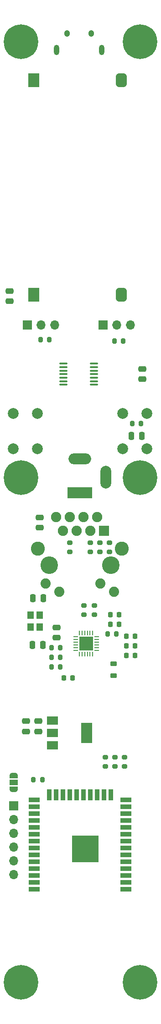
<source format=gbr>
%TF.GenerationSoftware,KiCad,Pcbnew,6.0.5-a6ca702e91~116~ubuntu20.04.1*%
%TF.CreationDate,2022-06-28T21:19:43+02:00*%
%TF.ProjectId,MCH-light,4d43482d-6c69-4676-9874-2e6b69636164,rev?*%
%TF.SameCoordinates,Original*%
%TF.FileFunction,Soldermask,Top*%
%TF.FilePolarity,Negative*%
%FSLAX46Y46*%
G04 Gerber Fmt 4.6, Leading zero omitted, Abs format (unit mm)*
G04 Created by KiCad (PCBNEW 6.0.5-a6ca702e91~116~ubuntu20.04.1) date 2022-06-28 21:19:43*
%MOMM*%
%LPD*%
G01*
G04 APERTURE LIST*
G04 Aperture macros list*
%AMRoundRect*
0 Rectangle with rounded corners*
0 $1 Rounding radius*
0 $2 $3 $4 $5 $6 $7 $8 $9 X,Y pos of 4 corners*
0 Add a 4 corners polygon primitive as box body*
4,1,4,$2,$3,$4,$5,$6,$7,$8,$9,$2,$3,0*
0 Add four circle primitives for the rounded corners*
1,1,$1+$1,$2,$3*
1,1,$1+$1,$4,$5*
1,1,$1+$1,$6,$7*
1,1,$1+$1,$8,$9*
0 Add four rect primitives between the rounded corners*
20,1,$1+$1,$2,$3,$4,$5,0*
20,1,$1+$1,$4,$5,$6,$7,0*
20,1,$1+$1,$6,$7,$8,$9,0*
20,1,$1+$1,$8,$9,$2,$3,0*%
%AMFreePoly0*
4,1,22,0.550000,-0.750000,0.000000,-0.750000,0.000000,-0.745033,-0.079941,-0.743568,-0.215256,-0.701293,-0.333266,-0.622738,-0.424486,-0.514219,-0.481581,-0.384460,-0.499164,-0.250000,-0.500000,-0.250000,-0.500000,0.250000,-0.499164,0.250000,-0.499963,0.256109,-0.478152,0.396186,-0.417904,0.524511,-0.324060,0.630769,-0.204165,0.706417,-0.067858,0.745374,0.000000,0.744959,0.000000,0.750000,
0.550000,0.750000,0.550000,-0.750000,0.550000,-0.750000,$1*%
%AMFreePoly1*
4,1,20,0.000000,0.744959,0.073905,0.744508,0.209726,0.703889,0.328688,0.626782,0.421226,0.519385,0.479903,0.390333,0.500000,0.250000,0.500000,-0.250000,0.499851,-0.262216,0.476331,-0.402017,0.414519,-0.529596,0.319384,-0.634700,0.198574,-0.708877,0.061801,-0.746166,0.000000,-0.745033,0.000000,-0.750000,-0.550000,-0.750000,-0.550000,0.750000,0.000000,0.750000,0.000000,0.744959,
0.000000,0.744959,$1*%
G04 Aperture macros list end*
%ADD10RoundRect,0.200000X0.275000X-0.200000X0.275000X0.200000X-0.275000X0.200000X-0.275000X-0.200000X0*%
%ADD11RoundRect,0.250000X0.250000X0.475000X-0.250000X0.475000X-0.250000X-0.475000X0.250000X-0.475000X0*%
%ADD12RoundRect,0.225000X-0.225000X-0.250000X0.225000X-0.250000X0.225000X0.250000X-0.225000X0.250000X0*%
%ADD13R,1.700000X1.700000*%
%ADD14O,1.700000X1.700000*%
%ADD15RoundRect,0.250000X0.475000X-0.250000X0.475000X0.250000X-0.475000X0.250000X-0.475000X-0.250000X0*%
%ADD16RoundRect,0.250000X-0.250000X-0.475000X0.250000X-0.475000X0.250000X0.475000X-0.250000X0.475000X0*%
%ADD17RoundRect,0.200000X-0.200000X-0.275000X0.200000X-0.275000X0.200000X0.275000X-0.200000X0.275000X0*%
%ADD18RoundRect,0.250000X-0.475000X0.250000X-0.475000X-0.250000X0.475000X-0.250000X0.475000X0.250000X0*%
%ADD19C,6.400000*%
%ADD20FreePoly0,270.000000*%
%ADD21R,1.500000X1.000000*%
%ADD22FreePoly1,270.000000*%
%ADD23RoundRect,0.062500X-0.062500X0.350000X-0.062500X-0.350000X0.062500X-0.350000X0.062500X0.350000X0*%
%ADD24RoundRect,0.062500X-0.350000X0.062500X-0.350000X-0.062500X0.350000X-0.062500X0.350000X0.062500X0*%
%ADD25R,2.600000X2.600000*%
%ADD26R,2.000000X1.500000*%
%ADD27R,2.000000X3.800000*%
%ADD28RoundRect,0.100000X-0.637500X-0.100000X0.637500X-0.100000X0.637500X0.100000X-0.637500X0.100000X0*%
%ADD29RoundRect,0.200000X0.200000X0.275000X-0.200000X0.275000X-0.200000X-0.275000X0.200000X-0.275000X0*%
%ADD30RoundRect,0.218750X0.381250X-0.218750X0.381250X0.218750X-0.381250X0.218750X-0.381250X-0.218750X0*%
%ADD31R,2.000000X0.900000*%
%ADD32R,0.900000X2.000000*%
%ADD33R,5.000000X5.000000*%
%ADD34R,1.200000X1.400000*%
%ADD35R,4.600000X2.000000*%
%ADD36O,4.200000X2.000000*%
%ADD37O,2.000000X4.200000*%
%ADD38RoundRect,0.500000X-0.500000X0.750000X-0.500000X-0.750000X0.500000X-0.750000X0.500000X0.750000X0*%
%ADD39R,2.000000X2.500000*%
%ADD40C,2.000000*%
%ADD41O,1.050000X1.250000*%
%ADD42O,1.000000X1.900000*%
%ADD43C,3.250000*%
%ADD44C,2.600000*%
%ADD45C,1.890000*%
%ADD46R,1.900000X1.900000*%
%ADD47C,1.900000*%
G04 APERTURE END LIST*
D10*
%TO.C,R4*%
X134620000Y-155511000D03*
X134620000Y-153861000D03*
%TD*%
D11*
%TO.C,C6*%
X123024000Y-133096000D03*
X121124000Y-133096000D03*
%TD*%
D12*
%TO.C,C10*%
X135623000Y-129286000D03*
X137173000Y-129286000D03*
%TD*%
D13*
%TO.C,J1*%
X117627000Y-162839000D03*
D14*
X117627000Y-165379000D03*
X117627000Y-167919000D03*
X117627000Y-170459000D03*
X117627000Y-172999000D03*
X117627000Y-175539000D03*
%TD*%
D12*
%TO.C,C13*%
X138567000Y-135030000D03*
X140117000Y-135030000D03*
%TD*%
D15*
%TO.C,C4*%
X116840000Y-69596000D03*
X116840000Y-67696000D03*
%TD*%
D16*
%TO.C,C7*%
X121224000Y-124460000D03*
X123124000Y-124460000D03*
%TD*%
D17*
%TO.C,R1*%
X121286000Y-157988000D03*
X122936000Y-157988000D03*
%TD*%
D18*
%TO.C,C5*%
X141478000Y-82108000D03*
X141478000Y-84008000D03*
%TD*%
D10*
%TO.C,R3*%
X136398000Y-155511000D03*
X136398000Y-153861000D03*
%TD*%
D19*
%TO.C,H1*%
X141104000Y-102197017D03*
%TD*%
D13*
%TO.C,J8*%
X134237820Y-73978017D03*
D14*
X136777820Y-73978017D03*
X139317820Y-73978017D03*
%TD*%
D10*
%TO.C,R6*%
X138176000Y-155511000D03*
X138176000Y-153861000D03*
%TD*%
D15*
%TO.C,C14*%
X122428000Y-111440000D03*
X122428000Y-109540000D03*
%TD*%
D20*
%TO.C,JP1*%
X117602000Y-157196000D03*
D21*
X117602000Y-158496000D03*
D22*
X117602000Y-159796000D03*
%TD*%
D23*
%TO.C,U3*%
X132314000Y-130904500D03*
X131814000Y-130904500D03*
X131314000Y-130904500D03*
X130814000Y-130904500D03*
X130314000Y-130904500D03*
X129814000Y-130904500D03*
D24*
X129126500Y-131592000D03*
X129126500Y-132092000D03*
X129126500Y-132592000D03*
X129126500Y-133092000D03*
X129126500Y-133592000D03*
X129126500Y-134092000D03*
D23*
X129814000Y-134779500D03*
X130314000Y-134779500D03*
X130814000Y-134779500D03*
X131314000Y-134779500D03*
X131814000Y-134779500D03*
X132314000Y-134779500D03*
D24*
X133001500Y-134092000D03*
X133001500Y-133592000D03*
X133001500Y-133092000D03*
X133001500Y-132592000D03*
X133001500Y-132092000D03*
X133001500Y-131592000D03*
D25*
X131064000Y-132842000D03*
%TD*%
D26*
%TO.C,U1*%
X124866000Y-147052000D03*
X124866000Y-149352000D03*
D27*
X131166000Y-149352000D03*
D26*
X124866000Y-151652000D03*
%TD*%
D10*
%TO.C,R15*%
X132604000Y-127471000D03*
X132604000Y-125821000D03*
%TD*%
D19*
%TO.C,H5*%
X141104000Y-195415017D03*
%TD*%
D15*
%TO.C,C1*%
X119888000Y-149072000D03*
X119888000Y-147172000D03*
%TD*%
D10*
%TO.C,R13*%
X131826000Y-115887000D03*
X131826000Y-114237000D03*
%TD*%
D16*
%TO.C,C2*%
X139512000Y-94488000D03*
X141412000Y-94488000D03*
%TD*%
D17*
%TO.C,R18*%
X122619000Y-76708000D03*
X124269000Y-76708000D03*
%TD*%
D28*
%TO.C,U4*%
X126837500Y-81150000D03*
X126837500Y-81800000D03*
X126837500Y-82450000D03*
X126837500Y-83100000D03*
X126837500Y-83750000D03*
X126837500Y-84400000D03*
X126837500Y-85050000D03*
X132562500Y-85050000D03*
X132562500Y-84400000D03*
X132562500Y-83750000D03*
X132562500Y-83100000D03*
X132562500Y-82450000D03*
X132562500Y-81800000D03*
X132562500Y-81150000D03*
%TD*%
D29*
%TO.C,R7*%
X126301000Y-133604000D03*
X124651000Y-133604000D03*
%TD*%
D12*
%TO.C,C9*%
X135623000Y-127508000D03*
X137173000Y-127508000D03*
%TD*%
%TO.C,C11*%
X138567000Y-133252000D03*
X140117000Y-133252000D03*
%TD*%
D13*
%TO.C,J9*%
X120142000Y-73978017D03*
D14*
X122682000Y-73978017D03*
X125222000Y-73978017D03*
%TD*%
D15*
%TO.C,C3*%
X122164000Y-149072000D03*
X122164000Y-147172000D03*
%TD*%
D12*
%TO.C,C8*%
X126987000Y-139192000D03*
X128537000Y-139192000D03*
%TD*%
D17*
%TO.C,R8*%
X124651000Y-137160000D03*
X126301000Y-137160000D03*
%TD*%
D30*
%TO.C,L1*%
X136144000Y-138730500D03*
X136144000Y-136605500D03*
%TD*%
D12*
%TO.C,C12*%
X138567000Y-131474000D03*
X140117000Y-131474000D03*
%TD*%
D31*
%TO.C,U2*%
X138428000Y-178265000D03*
X138428000Y-176995000D03*
X138428000Y-175725000D03*
X138428000Y-174455000D03*
X138428000Y-173185000D03*
X138428000Y-171915000D03*
X138428000Y-170645000D03*
X138428000Y-169375000D03*
X138428000Y-168105000D03*
X138428000Y-166835000D03*
X138428000Y-165565000D03*
X138428000Y-164295000D03*
X138428000Y-163025000D03*
X138428000Y-161755000D03*
D32*
X135643000Y-160755000D03*
X134373000Y-160755000D03*
X133103000Y-160755000D03*
X131833000Y-160755000D03*
X130563000Y-160755000D03*
X129293000Y-160755000D03*
X128023000Y-160755000D03*
X126753000Y-160755000D03*
X125483000Y-160755000D03*
X124213000Y-160755000D03*
D31*
X121428000Y-161755000D03*
X121428000Y-163025000D03*
X121428000Y-164295000D03*
X121428000Y-165565000D03*
X121428000Y-166835000D03*
X121428000Y-168105000D03*
X121428000Y-169375000D03*
X121428000Y-170645000D03*
X121428000Y-171915000D03*
X121428000Y-173185000D03*
X121428000Y-174455000D03*
X121428000Y-175725000D03*
X121428000Y-176995000D03*
X121428000Y-178265000D03*
D33*
X130928000Y-170765000D03*
%TD*%
D10*
%TO.C,R11*%
X135382000Y-115887000D03*
X135382000Y-114237000D03*
%TD*%
%TO.C,R16*%
X130638000Y-127471000D03*
X130638000Y-125821000D03*
%TD*%
D34*
%TO.C,Y1*%
X122424000Y-129778000D03*
X122424000Y-127578000D03*
X120724000Y-127578000D03*
X120724000Y-129778000D03*
%TD*%
D19*
%TO.C,H6*%
X119006000Y-195415017D03*
%TD*%
D10*
%TO.C,R14*%
X128016000Y-115887000D03*
X128016000Y-114237000D03*
%TD*%
D19*
%TO.C,H4*%
X141104000Y-21679017D03*
%TD*%
D17*
%TO.C,R9*%
X124651000Y-135382000D03*
X126301000Y-135382000D03*
%TD*%
D18*
%TO.C,R5*%
X125576000Y-129860000D03*
X125576000Y-131760000D03*
%TD*%
D10*
%TO.C,R12*%
X133604000Y-115887000D03*
X133604000Y-114237000D03*
%TD*%
D19*
%TO.C,H3*%
X119005999Y-21679017D03*
%TD*%
%TO.C,H2*%
X119006000Y-102197017D03*
%TD*%
D17*
%TO.C,R2*%
X139637000Y-92202000D03*
X141287000Y-92202000D03*
%TD*%
%TO.C,R17*%
X136335000Y-76962000D03*
X137985000Y-76962000D03*
%TD*%
%TO.C,R10*%
X135065000Y-131064000D03*
X136715000Y-131064000D03*
%TD*%
D35*
%TO.C,J2*%
X129936000Y-104991017D03*
D36*
X129936000Y-98691017D03*
D37*
X134736000Y-102091017D03*
%TD*%
D38*
%TO.C,U6*%
X137625000Y-28767000D03*
D39*
X121343000Y-28767000D03*
X121343000Y-68433000D03*
D38*
X137625000Y-68433000D03*
%TD*%
D40*
%TO.C,SW1*%
X142374000Y-90363017D03*
X142374000Y-96863017D03*
X137874000Y-90363017D03*
X137874000Y-96863017D03*
%TD*%
%TO.C,SW2*%
X122054000Y-90363017D03*
X122054000Y-96863017D03*
X117554000Y-90363017D03*
X117554000Y-96863017D03*
%TD*%
D41*
%TO.C,J5*%
X132019000Y-20181017D03*
D42*
X133969000Y-23181017D03*
X125619000Y-23181017D03*
D41*
X127569000Y-20181017D03*
%TD*%
D43*
%TO.C,J7*%
X124206000Y-118354000D03*
X135636000Y-118354000D03*
D44*
X137696000Y-115304000D03*
X122146000Y-115304000D03*
D45*
X123596000Y-121734000D03*
X126136000Y-123254000D03*
X133706000Y-121734000D03*
X136246000Y-123254000D03*
D46*
X134366000Y-112014000D03*
D47*
X133096000Y-109474000D03*
X131826000Y-112014000D03*
X130556000Y-109474000D03*
X129286000Y-112014000D03*
X128016000Y-109474000D03*
X126746000Y-112014000D03*
X125476000Y-109474000D03*
%TD*%
M02*

</source>
